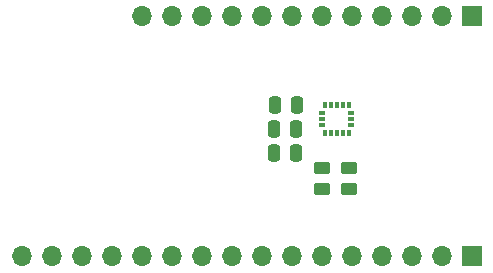
<source format=gbr>
%TF.GenerationSoftware,KiCad,Pcbnew,7.0.6-0*%
%TF.CreationDate,2023-10-22T23:09:20-07:00*%
%TF.ProjectId,esp32_daughtercard,65737033-325f-4646-9175-676874657263,1.0*%
%TF.SameCoordinates,Original*%
%TF.FileFunction,Soldermask,Top*%
%TF.FilePolarity,Negative*%
%FSLAX46Y46*%
G04 Gerber Fmt 4.6, Leading zero omitted, Abs format (unit mm)*
G04 Created by KiCad (PCBNEW 7.0.6-0) date 2023-10-22 23:09:20*
%MOMM*%
%LPD*%
G01*
G04 APERTURE LIST*
G04 Aperture macros list*
%AMRoundRect*
0 Rectangle with rounded corners*
0 $1 Rounding radius*
0 $2 $3 $4 $5 $6 $7 $8 $9 X,Y pos of 4 corners*
0 Add a 4 corners polygon primitive as box body*
4,1,4,$2,$3,$4,$5,$6,$7,$8,$9,$2,$3,0*
0 Add four circle primitives for the rounded corners*
1,1,$1+$1,$2,$3*
1,1,$1+$1,$4,$5*
1,1,$1+$1,$6,$7*
1,1,$1+$1,$8,$9*
0 Add four rect primitives between the rounded corners*
20,1,$1+$1,$2,$3,$4,$5,0*
20,1,$1+$1,$4,$5,$6,$7,0*
20,1,$1+$1,$6,$7,$8,$9,0*
20,1,$1+$1,$8,$9,$2,$3,0*%
G04 Aperture macros list end*
%ADD10RoundRect,0.087500X0.087500X-0.187500X0.087500X0.187500X-0.087500X0.187500X-0.087500X-0.187500X0*%
%ADD11RoundRect,0.087500X0.187500X-0.087500X0.187500X0.087500X-0.187500X0.087500X-0.187500X-0.087500X0*%
%ADD12RoundRect,0.250000X0.450000X-0.262500X0.450000X0.262500X-0.450000X0.262500X-0.450000X-0.262500X0*%
%ADD13R,1.700000X1.700000*%
%ADD14O,1.700000X1.700000*%
%ADD15RoundRect,0.250000X0.250000X0.475000X-0.250000X0.475000X-0.250000X-0.475000X0.250000X-0.475000X0*%
G04 APERTURE END LIST*
D10*
%TO.C,U2*%
X160544000Y-96520000D03*
X161044000Y-96520000D03*
X161544000Y-96520000D03*
X162044000Y-96520000D03*
X162544000Y-96520000D03*
D11*
X162769000Y-95795000D03*
X162769000Y-95295000D03*
X162769000Y-94795000D03*
D10*
X162544000Y-94070000D03*
X162044000Y-94070000D03*
X161544000Y-94070000D03*
X161044000Y-94070000D03*
X160544000Y-94070000D03*
D11*
X160319000Y-94795000D03*
X160319000Y-95295000D03*
X160319000Y-95795000D03*
%TD*%
D12*
%TO.C,R1*%
X160274000Y-101242500D03*
X160274000Y-99417500D03*
%TD*%
D13*
%TO.C,J1*%
X172974000Y-86614000D03*
D14*
X170434000Y-86614000D03*
X167894000Y-86614000D03*
X165354000Y-86614000D03*
X162814000Y-86614000D03*
X160274000Y-86614000D03*
X157734000Y-86614000D03*
X155194000Y-86614000D03*
X152654000Y-86614000D03*
X150114000Y-86614000D03*
X147574000Y-86614000D03*
X145034000Y-86614000D03*
%TD*%
D13*
%TO.C,J2*%
X172974000Y-106934000D03*
D14*
X170434000Y-106934000D03*
X167894000Y-106934000D03*
X165354000Y-106934000D03*
X162814000Y-106934000D03*
X160274000Y-106934000D03*
X157734000Y-106934000D03*
X155194000Y-106934000D03*
X152654000Y-106934000D03*
X150114000Y-106934000D03*
X147574000Y-106934000D03*
X145034000Y-106934000D03*
X142494000Y-106934000D03*
X139954000Y-106934000D03*
X137414000Y-106934000D03*
X134874000Y-106934000D03*
%TD*%
D12*
%TO.C,R2*%
X162560000Y-101242500D03*
X162560000Y-99417500D03*
%TD*%
D15*
%TO.C,C2*%
X158126000Y-96102000D03*
X156226000Y-96102000D03*
%TD*%
%TO.C,C3*%
X158192000Y-94070000D03*
X156292000Y-94070000D03*
%TD*%
%TO.C,C1*%
X158126000Y-98134000D03*
X156226000Y-98134000D03*
%TD*%
M02*

</source>
